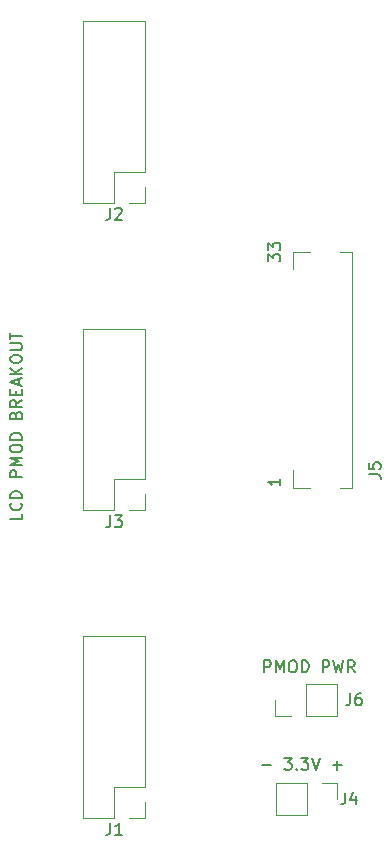
<source format=gbr>
%TF.GenerationSoftware,KiCad,Pcbnew,5.1.8-db9833491~88~ubuntu20.04.1*%
%TF.CreationDate,2020-12-04T12:29:55-05:00*%
%TF.ProjectId,lcd_pmod_breakout,6c63645f-706d-46f6-945f-627265616b6f,rev?*%
%TF.SameCoordinates,Original*%
%TF.FileFunction,Legend,Top*%
%TF.FilePolarity,Positive*%
%FSLAX46Y46*%
G04 Gerber Fmt 4.6, Leading zero omitted, Abs format (unit mm)*
G04 Created by KiCad (PCBNEW 5.1.8-db9833491~88~ubuntu20.04.1) date 2020-12-04 12:29:55*
%MOMM*%
%LPD*%
G01*
G04 APERTURE LIST*
%ADD10C,0.150000*%
%ADD11C,0.120000*%
G04 APERTURE END LIST*
D10*
X106045476Y-86812380D02*
X106045476Y-85812380D01*
X106426428Y-85812380D01*
X106521666Y-85860000D01*
X106569285Y-85907619D01*
X106616904Y-86002857D01*
X106616904Y-86145714D01*
X106569285Y-86240952D01*
X106521666Y-86288571D01*
X106426428Y-86336190D01*
X106045476Y-86336190D01*
X107045476Y-86812380D02*
X107045476Y-85812380D01*
X107378809Y-86526666D01*
X107712142Y-85812380D01*
X107712142Y-86812380D01*
X108378809Y-85812380D02*
X108569285Y-85812380D01*
X108664523Y-85860000D01*
X108759761Y-85955238D01*
X108807380Y-86145714D01*
X108807380Y-86479047D01*
X108759761Y-86669523D01*
X108664523Y-86764761D01*
X108569285Y-86812380D01*
X108378809Y-86812380D01*
X108283571Y-86764761D01*
X108188333Y-86669523D01*
X108140714Y-86479047D01*
X108140714Y-86145714D01*
X108188333Y-85955238D01*
X108283571Y-85860000D01*
X108378809Y-85812380D01*
X109235952Y-86812380D02*
X109235952Y-85812380D01*
X109474047Y-85812380D01*
X109616904Y-85860000D01*
X109712142Y-85955238D01*
X109759761Y-86050476D01*
X109807380Y-86240952D01*
X109807380Y-86383809D01*
X109759761Y-86574285D01*
X109712142Y-86669523D01*
X109616904Y-86764761D01*
X109474047Y-86812380D01*
X109235952Y-86812380D01*
X110997857Y-86812380D02*
X110997857Y-85812380D01*
X111378809Y-85812380D01*
X111474047Y-85860000D01*
X111521666Y-85907619D01*
X111569285Y-86002857D01*
X111569285Y-86145714D01*
X111521666Y-86240952D01*
X111474047Y-86288571D01*
X111378809Y-86336190D01*
X110997857Y-86336190D01*
X111902619Y-85812380D02*
X112140714Y-86812380D01*
X112331190Y-86098095D01*
X112521666Y-86812380D01*
X112759761Y-85812380D01*
X113712142Y-86812380D02*
X113378809Y-86336190D01*
X113140714Y-86812380D02*
X113140714Y-85812380D01*
X113521666Y-85812380D01*
X113616904Y-85860000D01*
X113664523Y-85907619D01*
X113712142Y-86002857D01*
X113712142Y-86145714D01*
X113664523Y-86240952D01*
X113616904Y-86288571D01*
X113521666Y-86336190D01*
X113140714Y-86336190D01*
X105839047Y-94686428D02*
X106600952Y-94686428D01*
X107743809Y-94067380D02*
X108362857Y-94067380D01*
X108029523Y-94448333D01*
X108172380Y-94448333D01*
X108267619Y-94495952D01*
X108315238Y-94543571D01*
X108362857Y-94638809D01*
X108362857Y-94876904D01*
X108315238Y-94972142D01*
X108267619Y-95019761D01*
X108172380Y-95067380D01*
X107886666Y-95067380D01*
X107791428Y-95019761D01*
X107743809Y-94972142D01*
X108791428Y-94972142D02*
X108839047Y-95019761D01*
X108791428Y-95067380D01*
X108743809Y-95019761D01*
X108791428Y-94972142D01*
X108791428Y-95067380D01*
X109172380Y-94067380D02*
X109791428Y-94067380D01*
X109458095Y-94448333D01*
X109600952Y-94448333D01*
X109696190Y-94495952D01*
X109743809Y-94543571D01*
X109791428Y-94638809D01*
X109791428Y-94876904D01*
X109743809Y-94972142D01*
X109696190Y-95019761D01*
X109600952Y-95067380D01*
X109315238Y-95067380D01*
X109220000Y-95019761D01*
X109172380Y-94972142D01*
X110077142Y-94067380D02*
X110410476Y-95067380D01*
X110743809Y-94067380D01*
X111839047Y-94686428D02*
X112600952Y-94686428D01*
X112220000Y-95067380D02*
X112220000Y-94305476D01*
X85542380Y-73397142D02*
X85542380Y-73873333D01*
X84542380Y-73873333D01*
X85447142Y-72492380D02*
X85494761Y-72540000D01*
X85542380Y-72682857D01*
X85542380Y-72778095D01*
X85494761Y-72920952D01*
X85399523Y-73016190D01*
X85304285Y-73063809D01*
X85113809Y-73111428D01*
X84970952Y-73111428D01*
X84780476Y-73063809D01*
X84685238Y-73016190D01*
X84590000Y-72920952D01*
X84542380Y-72778095D01*
X84542380Y-72682857D01*
X84590000Y-72540000D01*
X84637619Y-72492380D01*
X85542380Y-72063809D02*
X84542380Y-72063809D01*
X84542380Y-71825714D01*
X84590000Y-71682857D01*
X84685238Y-71587619D01*
X84780476Y-71540000D01*
X84970952Y-71492380D01*
X85113809Y-71492380D01*
X85304285Y-71540000D01*
X85399523Y-71587619D01*
X85494761Y-71682857D01*
X85542380Y-71825714D01*
X85542380Y-72063809D01*
X85542380Y-70301904D02*
X84542380Y-70301904D01*
X84542380Y-69920952D01*
X84590000Y-69825714D01*
X84637619Y-69778095D01*
X84732857Y-69730476D01*
X84875714Y-69730476D01*
X84970952Y-69778095D01*
X85018571Y-69825714D01*
X85066190Y-69920952D01*
X85066190Y-70301904D01*
X85542380Y-69301904D02*
X84542380Y-69301904D01*
X85256666Y-68968571D01*
X84542380Y-68635238D01*
X85542380Y-68635238D01*
X84542380Y-67968571D02*
X84542380Y-67778095D01*
X84590000Y-67682857D01*
X84685238Y-67587619D01*
X84875714Y-67540000D01*
X85209047Y-67540000D01*
X85399523Y-67587619D01*
X85494761Y-67682857D01*
X85542380Y-67778095D01*
X85542380Y-67968571D01*
X85494761Y-68063809D01*
X85399523Y-68159047D01*
X85209047Y-68206666D01*
X84875714Y-68206666D01*
X84685238Y-68159047D01*
X84590000Y-68063809D01*
X84542380Y-67968571D01*
X85542380Y-67111428D02*
X84542380Y-67111428D01*
X84542380Y-66873333D01*
X84590000Y-66730476D01*
X84685238Y-66635238D01*
X84780476Y-66587619D01*
X84970952Y-66540000D01*
X85113809Y-66540000D01*
X85304285Y-66587619D01*
X85399523Y-66635238D01*
X85494761Y-66730476D01*
X85542380Y-66873333D01*
X85542380Y-67111428D01*
X85018571Y-65016190D02*
X85066190Y-64873333D01*
X85113809Y-64825714D01*
X85209047Y-64778095D01*
X85351904Y-64778095D01*
X85447142Y-64825714D01*
X85494761Y-64873333D01*
X85542380Y-64968571D01*
X85542380Y-65349523D01*
X84542380Y-65349523D01*
X84542380Y-65016190D01*
X84590000Y-64920952D01*
X84637619Y-64873333D01*
X84732857Y-64825714D01*
X84828095Y-64825714D01*
X84923333Y-64873333D01*
X84970952Y-64920952D01*
X85018571Y-65016190D01*
X85018571Y-65349523D01*
X85542380Y-63778095D02*
X85066190Y-64111428D01*
X85542380Y-64349523D02*
X84542380Y-64349523D01*
X84542380Y-63968571D01*
X84590000Y-63873333D01*
X84637619Y-63825714D01*
X84732857Y-63778095D01*
X84875714Y-63778095D01*
X84970952Y-63825714D01*
X85018571Y-63873333D01*
X85066190Y-63968571D01*
X85066190Y-64349523D01*
X85018571Y-63349523D02*
X85018571Y-63016190D01*
X85542380Y-62873333D02*
X85542380Y-63349523D01*
X84542380Y-63349523D01*
X84542380Y-62873333D01*
X85256666Y-62492380D02*
X85256666Y-62016190D01*
X85542380Y-62587619D02*
X84542380Y-62254285D01*
X85542380Y-61920952D01*
X85542380Y-61587619D02*
X84542380Y-61587619D01*
X85542380Y-61016190D02*
X84970952Y-61444761D01*
X84542380Y-61016190D02*
X85113809Y-61587619D01*
X84542380Y-60397142D02*
X84542380Y-60206666D01*
X84590000Y-60111428D01*
X84685238Y-60016190D01*
X84875714Y-59968571D01*
X85209047Y-59968571D01*
X85399523Y-60016190D01*
X85494761Y-60111428D01*
X85542380Y-60206666D01*
X85542380Y-60397142D01*
X85494761Y-60492380D01*
X85399523Y-60587619D01*
X85209047Y-60635238D01*
X84875714Y-60635238D01*
X84685238Y-60587619D01*
X84590000Y-60492380D01*
X84542380Y-60397142D01*
X84542380Y-59540000D02*
X85351904Y-59540000D01*
X85447142Y-59492380D01*
X85494761Y-59444761D01*
X85542380Y-59349523D01*
X85542380Y-59159047D01*
X85494761Y-59063809D01*
X85447142Y-59016190D01*
X85351904Y-58968571D01*
X84542380Y-58968571D01*
X84542380Y-58635238D02*
X84542380Y-58063809D01*
X85542380Y-58349523D02*
X84542380Y-58349523D01*
D11*
%TO.C,J1*%
X95945000Y-83760000D02*
X90745000Y-83760000D01*
X95945000Y-96520000D02*
X95945000Y-83760000D01*
X90745000Y-99120000D02*
X90745000Y-83760000D01*
X95945000Y-96520000D02*
X93345000Y-96520000D01*
X93345000Y-96520000D02*
X93345000Y-99120000D01*
X93345000Y-99120000D02*
X90745000Y-99120000D01*
X95945000Y-97790000D02*
X95945000Y-99120000D01*
X95945000Y-99120000D02*
X94615000Y-99120000D01*
%TO.C,J2*%
X95945000Y-47050000D02*
X94615000Y-47050000D01*
X95945000Y-45720000D02*
X95945000Y-47050000D01*
X93345000Y-47050000D02*
X90745000Y-47050000D01*
X93345000Y-44450000D02*
X93345000Y-47050000D01*
X95945000Y-44450000D02*
X93345000Y-44450000D01*
X90745000Y-47050000D02*
X90745000Y-31690000D01*
X95945000Y-44450000D02*
X95945000Y-31690000D01*
X95945000Y-31690000D02*
X90745000Y-31690000D01*
%TO.C,J3*%
X95945000Y-57725000D02*
X90745000Y-57725000D01*
X95945000Y-70485000D02*
X95945000Y-57725000D01*
X90745000Y-73085000D02*
X90745000Y-57725000D01*
X95945000Y-70485000D02*
X93345000Y-70485000D01*
X93345000Y-70485000D02*
X93345000Y-73085000D01*
X93345000Y-73085000D02*
X90745000Y-73085000D01*
X95945000Y-71755000D02*
X95945000Y-73085000D01*
X95945000Y-73085000D02*
X94615000Y-73085000D01*
%TO.C,J4*%
X107030000Y-96220000D02*
X107030000Y-98880000D01*
X109630000Y-96220000D02*
X107030000Y-96220000D01*
X109630000Y-98880000D02*
X107030000Y-98880000D01*
X109630000Y-96220000D02*
X109630000Y-98880000D01*
X110900000Y-96220000D02*
X112230000Y-96220000D01*
X112230000Y-96220000D02*
X112230000Y-97550000D01*
%TO.C,J5*%
X112450000Y-71215000D02*
X113450000Y-71215000D01*
X113450000Y-71215000D02*
X113450000Y-51215000D01*
X113450000Y-51215000D02*
X112450000Y-51215000D01*
X109950000Y-71215000D02*
X108450000Y-71215000D01*
X108450000Y-71215000D02*
X108450000Y-69715000D01*
X108450000Y-52715000D02*
X108450000Y-51215000D01*
X108450000Y-51215000D02*
X109950000Y-51215000D01*
%TO.C,J6*%
X106970000Y-90480000D02*
X106970000Y-89150000D01*
X108300000Y-90480000D02*
X106970000Y-90480000D01*
X109570000Y-90480000D02*
X109570000Y-87820000D01*
X109570000Y-87820000D02*
X112170000Y-87820000D01*
X109570000Y-90480000D02*
X112170000Y-90480000D01*
X112170000Y-90480000D02*
X112170000Y-87820000D01*
%TO.C,J1*%
D10*
X93011666Y-99572380D02*
X93011666Y-100286666D01*
X92964047Y-100429523D01*
X92868809Y-100524761D01*
X92725952Y-100572380D01*
X92630714Y-100572380D01*
X94011666Y-100572380D02*
X93440238Y-100572380D01*
X93725952Y-100572380D02*
X93725952Y-99572380D01*
X93630714Y-99715238D01*
X93535476Y-99810476D01*
X93440238Y-99858095D01*
%TO.C,J2*%
X93011666Y-47502380D02*
X93011666Y-48216666D01*
X92964047Y-48359523D01*
X92868809Y-48454761D01*
X92725952Y-48502380D01*
X92630714Y-48502380D01*
X93440238Y-47597619D02*
X93487857Y-47550000D01*
X93583095Y-47502380D01*
X93821190Y-47502380D01*
X93916428Y-47550000D01*
X93964047Y-47597619D01*
X94011666Y-47692857D01*
X94011666Y-47788095D01*
X93964047Y-47930952D01*
X93392619Y-48502380D01*
X94011666Y-48502380D01*
%TO.C,J3*%
X93011666Y-73537380D02*
X93011666Y-74251666D01*
X92964047Y-74394523D01*
X92868809Y-74489761D01*
X92725952Y-74537380D01*
X92630714Y-74537380D01*
X93392619Y-73537380D02*
X94011666Y-73537380D01*
X93678333Y-73918333D01*
X93821190Y-73918333D01*
X93916428Y-73965952D01*
X93964047Y-74013571D01*
X94011666Y-74108809D01*
X94011666Y-74346904D01*
X93964047Y-74442142D01*
X93916428Y-74489761D01*
X93821190Y-74537380D01*
X93535476Y-74537380D01*
X93440238Y-74489761D01*
X93392619Y-74442142D01*
%TO.C,J4*%
X112896666Y-97002380D02*
X112896666Y-97716666D01*
X112849047Y-97859523D01*
X112753809Y-97954761D01*
X112610952Y-98002380D01*
X112515714Y-98002380D01*
X113801428Y-97335714D02*
X113801428Y-98002380D01*
X113563333Y-96954761D02*
X113325238Y-97669047D01*
X113944285Y-97669047D01*
%TO.C,J5*%
X114902380Y-70048333D02*
X115616666Y-70048333D01*
X115759523Y-70095952D01*
X115854761Y-70191190D01*
X115902380Y-70334047D01*
X115902380Y-70429285D01*
X114902380Y-69095952D02*
X114902380Y-69572142D01*
X115378571Y-69619761D01*
X115330952Y-69572142D01*
X115283333Y-69476904D01*
X115283333Y-69238809D01*
X115330952Y-69143571D01*
X115378571Y-69095952D01*
X115473809Y-69048333D01*
X115711904Y-69048333D01*
X115807142Y-69095952D01*
X115854761Y-69143571D01*
X115902380Y-69238809D01*
X115902380Y-69476904D01*
X115854761Y-69572142D01*
X115807142Y-69619761D01*
X107402380Y-70429285D02*
X107402380Y-71000714D01*
X107402380Y-70715000D02*
X106402380Y-70715000D01*
X106545238Y-70810238D01*
X106640476Y-70905476D01*
X106688095Y-71000714D01*
X106402380Y-52024523D02*
X106402380Y-51405476D01*
X106783333Y-51738809D01*
X106783333Y-51595952D01*
X106830952Y-51500714D01*
X106878571Y-51453095D01*
X106973809Y-51405476D01*
X107211904Y-51405476D01*
X107307142Y-51453095D01*
X107354761Y-51500714D01*
X107402380Y-51595952D01*
X107402380Y-51881666D01*
X107354761Y-51976904D01*
X107307142Y-52024523D01*
X106402380Y-51072142D02*
X106402380Y-50453095D01*
X106783333Y-50786428D01*
X106783333Y-50643571D01*
X106830952Y-50548333D01*
X106878571Y-50500714D01*
X106973809Y-50453095D01*
X107211904Y-50453095D01*
X107307142Y-50500714D01*
X107354761Y-50548333D01*
X107402380Y-50643571D01*
X107402380Y-50929285D01*
X107354761Y-51024523D01*
X107307142Y-51072142D01*
%TO.C,J6*%
X113331666Y-88602380D02*
X113331666Y-89316666D01*
X113284047Y-89459523D01*
X113188809Y-89554761D01*
X113045952Y-89602380D01*
X112950714Y-89602380D01*
X114236428Y-88602380D02*
X114045952Y-88602380D01*
X113950714Y-88650000D01*
X113903095Y-88697619D01*
X113807857Y-88840476D01*
X113760238Y-89030952D01*
X113760238Y-89411904D01*
X113807857Y-89507142D01*
X113855476Y-89554761D01*
X113950714Y-89602380D01*
X114141190Y-89602380D01*
X114236428Y-89554761D01*
X114284047Y-89507142D01*
X114331666Y-89411904D01*
X114331666Y-89173809D01*
X114284047Y-89078571D01*
X114236428Y-89030952D01*
X114141190Y-88983333D01*
X113950714Y-88983333D01*
X113855476Y-89030952D01*
X113807857Y-89078571D01*
X113760238Y-89173809D01*
%TD*%
M02*

</source>
